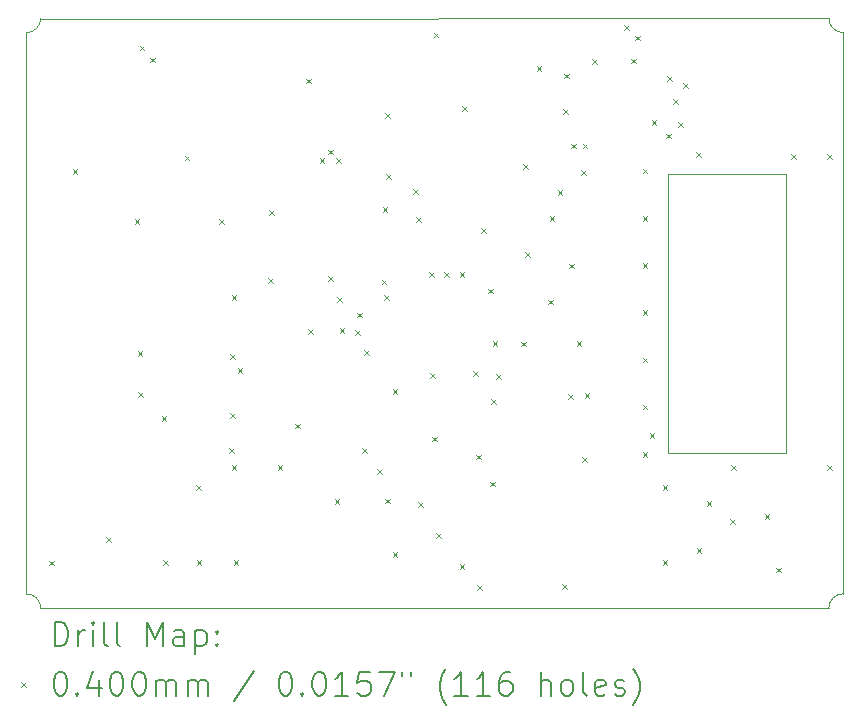
<source format=gbr>
%TF.GenerationSoftware,KiCad,Pcbnew,7.0.1*%
%TF.CreationDate,2023-05-13T16:15:43+01:00*%
%TF.ProjectId,UGR-22 Screen,5547522d-3232-4205-9363-7265656e2e6b,rev?*%
%TF.SameCoordinates,Original*%
%TF.FileFunction,Drillmap*%
%TF.FilePolarity,Positive*%
%FSLAX45Y45*%
G04 Gerber Fmt 4.5, Leading zero omitted, Abs format (unit mm)*
G04 Created by KiCad (PCBNEW 7.0.1) date 2023-05-13 16:15:43*
%MOMM*%
%LPD*%
G01*
G04 APERTURE LIST*
%ADD10C,0.100000*%
%ADD11C,0.200000*%
%ADD12C,0.040000*%
G04 APERTURE END LIST*
D10*
X7970000Y-11850100D02*
X7970000Y-16600000D01*
X14765000Y-11725000D02*
X8095000Y-11730000D01*
X14765000Y-11725000D02*
G75*
G03*
X14890000Y-11850000I125000J0D01*
G01*
X14890000Y-16600000D02*
G75*
G03*
X14765000Y-16725000I0J-125000D01*
G01*
X14890000Y-16600000D02*
X14890000Y-11850000D01*
X8095000Y-16725000D02*
G75*
G03*
X7970000Y-16600000I-125000J0D01*
G01*
X8095000Y-16725000D02*
X14765000Y-16725000D01*
X7970000Y-11850100D02*
G75*
G03*
X8095000Y-11730000I0J125100D01*
G01*
X13405000Y-13045000D02*
X14405000Y-13045000D01*
X14405000Y-15405000D01*
X13405000Y-15405000D01*
X13405000Y-13045000D01*
D11*
D12*
X8162500Y-16320000D02*
X8202500Y-16360000D01*
X8202500Y-16320000D02*
X8162500Y-16360000D01*
X8362500Y-13005000D02*
X8402500Y-13045000D01*
X8402500Y-13005000D02*
X8362500Y-13045000D01*
X8650000Y-16120000D02*
X8690000Y-16160000D01*
X8690000Y-16120000D02*
X8650000Y-16160000D01*
X8887500Y-13427500D02*
X8927500Y-13467500D01*
X8927500Y-13427500D02*
X8887500Y-13467500D01*
X8915000Y-14547500D02*
X8955000Y-14587500D01*
X8955000Y-14547500D02*
X8915000Y-14587500D01*
X8917500Y-14892500D02*
X8957500Y-14932500D01*
X8957500Y-14892500D02*
X8917500Y-14932500D01*
X8930000Y-11960000D02*
X8970000Y-12000000D01*
X8970000Y-11960000D02*
X8930000Y-12000000D01*
X9020000Y-12060000D02*
X9060000Y-12100000D01*
X9060000Y-12060000D02*
X9020000Y-12100000D01*
X9117500Y-15097500D02*
X9157500Y-15137500D01*
X9157500Y-15097500D02*
X9117500Y-15137500D01*
X9127500Y-16317500D02*
X9167500Y-16357500D01*
X9167500Y-16317500D02*
X9127500Y-16357500D01*
X9312500Y-12890000D02*
X9352500Y-12930000D01*
X9352500Y-12890000D02*
X9312500Y-12930000D01*
X9410000Y-15682500D02*
X9450000Y-15722500D01*
X9450000Y-15682500D02*
X9410000Y-15722500D01*
X9412500Y-16317500D02*
X9452500Y-16357500D01*
X9452500Y-16317500D02*
X9412500Y-16357500D01*
X9605000Y-13427500D02*
X9645000Y-13467500D01*
X9645000Y-13427500D02*
X9605000Y-13467500D01*
X9690000Y-15370000D02*
X9730000Y-15410000D01*
X9730000Y-15370000D02*
X9690000Y-15410000D01*
X9700000Y-14570000D02*
X9740000Y-14610000D01*
X9740000Y-14570000D02*
X9700000Y-14610000D01*
X9700000Y-15070000D02*
X9740000Y-15110000D01*
X9740000Y-15070000D02*
X9700000Y-15110000D01*
X9710000Y-14070000D02*
X9750000Y-14110000D01*
X9750000Y-14070000D02*
X9710000Y-14110000D01*
X9710000Y-15510000D02*
X9750000Y-15550000D01*
X9750000Y-15510000D02*
X9710000Y-15550000D01*
X9727500Y-16317500D02*
X9767500Y-16357500D01*
X9767500Y-16317500D02*
X9727500Y-16357500D01*
X9760000Y-14690000D02*
X9800000Y-14730000D01*
X9800000Y-14690000D02*
X9760000Y-14730000D01*
X10020000Y-13930000D02*
X10060000Y-13970000D01*
X10060000Y-13930000D02*
X10020000Y-13970000D01*
X10027500Y-13350000D02*
X10067500Y-13390000D01*
X10067500Y-13350000D02*
X10027500Y-13390000D01*
X10100000Y-15512500D02*
X10140000Y-15552500D01*
X10140000Y-15512500D02*
X10100000Y-15552500D01*
X10250000Y-15160000D02*
X10290000Y-15200000D01*
X10290000Y-15160000D02*
X10250000Y-15200000D01*
X10340000Y-12240000D02*
X10380000Y-12280000D01*
X10380000Y-12240000D02*
X10340000Y-12280000D01*
X10357500Y-14360000D02*
X10397500Y-14400000D01*
X10397500Y-14360000D02*
X10357500Y-14400000D01*
X10454890Y-12911949D02*
X10494890Y-12951949D01*
X10494890Y-12911949D02*
X10454890Y-12951949D01*
X10525000Y-12840000D02*
X10565000Y-12880000D01*
X10565000Y-12840000D02*
X10525000Y-12880000D01*
X10525000Y-13910000D02*
X10565000Y-13950000D01*
X10565000Y-13910000D02*
X10525000Y-13950000D01*
X10582500Y-15797500D02*
X10622500Y-15837500D01*
X10622500Y-15797500D02*
X10582500Y-15837500D01*
X10595110Y-12912500D02*
X10635110Y-12952500D01*
X10635110Y-12912500D02*
X10595110Y-12952500D01*
X10602500Y-14090110D02*
X10642500Y-14130110D01*
X10642500Y-14090110D02*
X10602500Y-14130110D01*
X10625000Y-14350000D02*
X10665000Y-14390000D01*
X10665000Y-14350000D02*
X10625000Y-14390000D01*
X10752500Y-14367500D02*
X10792500Y-14407500D01*
X10792500Y-14367500D02*
X10752500Y-14407500D01*
X10770000Y-14220000D02*
X10810000Y-14260000D01*
X10810000Y-14220000D02*
X10770000Y-14260000D01*
X10817500Y-15370000D02*
X10857500Y-15410000D01*
X10857500Y-15370000D02*
X10817500Y-15410000D01*
X10830000Y-14535000D02*
X10870000Y-14575000D01*
X10870000Y-14535000D02*
X10830000Y-14575000D01*
X10942500Y-15542500D02*
X10982500Y-15582500D01*
X10982500Y-15542500D02*
X10942500Y-15582500D01*
X10980000Y-13940000D02*
X11020000Y-13980000D01*
X11020000Y-13940000D02*
X10980000Y-13980000D01*
X10987500Y-13327500D02*
X11027500Y-13367500D01*
X11027500Y-13327500D02*
X10987500Y-13367500D01*
X11000000Y-14070000D02*
X11040000Y-14110000D01*
X11040000Y-14070000D02*
X11000000Y-14110000D01*
X11010000Y-12530000D02*
X11050000Y-12570000D01*
X11050000Y-12530000D02*
X11010000Y-12570000D01*
X11010000Y-15795000D02*
X11050000Y-15835000D01*
X11050000Y-15795000D02*
X11010000Y-15835000D01*
X11020000Y-13050000D02*
X11060000Y-13090000D01*
X11060000Y-13050000D02*
X11020000Y-13090000D01*
X11072500Y-14870000D02*
X11112500Y-14910000D01*
X11112500Y-14870000D02*
X11072500Y-14910000D01*
X11072500Y-16245000D02*
X11112500Y-16285000D01*
X11112500Y-16245000D02*
X11072500Y-16285000D01*
X11243513Y-13173513D02*
X11283513Y-13213513D01*
X11283513Y-13173513D02*
X11243513Y-13213513D01*
X11270000Y-13410000D02*
X11310000Y-13450000D01*
X11310000Y-13410000D02*
X11270000Y-13450000D01*
X11287500Y-15827500D02*
X11327500Y-15867500D01*
X11327500Y-15827500D02*
X11287500Y-15867500D01*
X11380000Y-13880000D02*
X11420000Y-13920000D01*
X11420000Y-13880000D02*
X11380000Y-13920000D01*
X11390000Y-14730000D02*
X11430000Y-14770000D01*
X11430000Y-14730000D02*
X11390000Y-14770000D01*
X11410000Y-15270000D02*
X11450000Y-15310000D01*
X11450000Y-15270000D02*
X11410000Y-15310000D01*
X11420000Y-11850000D02*
X11460000Y-11890000D01*
X11460000Y-11850000D02*
X11420000Y-11890000D01*
X11440000Y-16090000D02*
X11480000Y-16130000D01*
X11480000Y-16090000D02*
X11440000Y-16130000D01*
X11510000Y-13880000D02*
X11550000Y-13920000D01*
X11550000Y-13880000D02*
X11510000Y-13920000D01*
X11640000Y-13880000D02*
X11680000Y-13920000D01*
X11680000Y-13880000D02*
X11640000Y-13920000D01*
X11640000Y-16350000D02*
X11680000Y-16390000D01*
X11680000Y-16350000D02*
X11640000Y-16390000D01*
X11660000Y-12470000D02*
X11700000Y-12510000D01*
X11700000Y-12470000D02*
X11660000Y-12510000D01*
X11751602Y-14716598D02*
X11791602Y-14756598D01*
X11791602Y-14716598D02*
X11751602Y-14756598D01*
X11782500Y-15422500D02*
X11822500Y-15462500D01*
X11822500Y-15422500D02*
X11782500Y-15462500D01*
X11790000Y-16530000D02*
X11830000Y-16570000D01*
X11830000Y-16530000D02*
X11790000Y-16570000D01*
X11822500Y-13505000D02*
X11862500Y-13545000D01*
X11862500Y-13505000D02*
X11822500Y-13545000D01*
X11882500Y-14017500D02*
X11922500Y-14057500D01*
X11922500Y-14017500D02*
X11882500Y-14057500D01*
X11900000Y-15650000D02*
X11940000Y-15690000D01*
X11940000Y-15650000D02*
X11900000Y-15690000D01*
X11910000Y-14950000D02*
X11950000Y-14990000D01*
X11950000Y-14950000D02*
X11910000Y-14990000D01*
X11920000Y-14460000D02*
X11960000Y-14500000D01*
X11960000Y-14460000D02*
X11920000Y-14500000D01*
X11950050Y-14739000D02*
X11990050Y-14779000D01*
X11990050Y-14739000D02*
X11950050Y-14779000D01*
X12160000Y-14465000D02*
X12200000Y-14505000D01*
X12200000Y-14465000D02*
X12160000Y-14505000D01*
X12180000Y-12960000D02*
X12220000Y-13000000D01*
X12220000Y-12960000D02*
X12180000Y-13000000D01*
X12195000Y-13705000D02*
X12235000Y-13745000D01*
X12235000Y-13705000D02*
X12195000Y-13745000D01*
X12292500Y-12130000D02*
X12332500Y-12170000D01*
X12332500Y-12130000D02*
X12292500Y-12170000D01*
X12390000Y-14110000D02*
X12430000Y-14150000D01*
X12430000Y-14110000D02*
X12390000Y-14150000D01*
X12402500Y-13405000D02*
X12442500Y-13445000D01*
X12442500Y-13405000D02*
X12402500Y-13445000D01*
X12470000Y-13185000D02*
X12510000Y-13225000D01*
X12510000Y-13185000D02*
X12470000Y-13225000D01*
X12510000Y-16520000D02*
X12550000Y-16560000D01*
X12550000Y-16520000D02*
X12510000Y-16560000D01*
X12515000Y-12500000D02*
X12555000Y-12540000D01*
X12555000Y-12500000D02*
X12515000Y-12540000D01*
X12522500Y-12197500D02*
X12562500Y-12237500D01*
X12562500Y-12197500D02*
X12522500Y-12237500D01*
X12560000Y-14910000D02*
X12600000Y-14950000D01*
X12600000Y-14910000D02*
X12560000Y-14950000D01*
X12565000Y-13805000D02*
X12605000Y-13845000D01*
X12605000Y-13805000D02*
X12565000Y-13845000D01*
X12582500Y-12790000D02*
X12622500Y-12830000D01*
X12622500Y-12790000D02*
X12582500Y-12830000D01*
X12630000Y-14460000D02*
X12670000Y-14500000D01*
X12670000Y-14460000D02*
X12630000Y-14500000D01*
X12667500Y-13015000D02*
X12707500Y-13055000D01*
X12707500Y-13015000D02*
X12667500Y-13055000D01*
X12677500Y-15442500D02*
X12717500Y-15482500D01*
X12717500Y-15442500D02*
X12677500Y-15482500D01*
X12682500Y-12790000D02*
X12722500Y-12830000D01*
X12722500Y-12790000D02*
X12682500Y-12830000D01*
X12697500Y-14900000D02*
X12737500Y-14940000D01*
X12737500Y-14900000D02*
X12697500Y-14940000D01*
X12765000Y-12075000D02*
X12805000Y-12115000D01*
X12805000Y-12075000D02*
X12765000Y-12115000D01*
X13035000Y-11787500D02*
X13075000Y-11827500D01*
X13075000Y-11787500D02*
X13035000Y-11827500D01*
X13090000Y-12070000D02*
X13130000Y-12110000D01*
X13130000Y-12070000D02*
X13090000Y-12110000D01*
X13127500Y-11875000D02*
X13167500Y-11915000D01*
X13167500Y-11875000D02*
X13127500Y-11915000D01*
X13190000Y-13000000D02*
X13230000Y-13040000D01*
X13230000Y-13000000D02*
X13190000Y-13040000D01*
X13190000Y-13400000D02*
X13230000Y-13440000D01*
X13230000Y-13400000D02*
X13190000Y-13440000D01*
X13190000Y-13800000D02*
X13230000Y-13840000D01*
X13230000Y-13800000D02*
X13190000Y-13840000D01*
X13190000Y-14200000D02*
X13230000Y-14240000D01*
X13230000Y-14200000D02*
X13190000Y-14240000D01*
X13190000Y-14600000D02*
X13230000Y-14640000D01*
X13230000Y-14600000D02*
X13190000Y-14640000D01*
X13190000Y-15000000D02*
X13230000Y-15040000D01*
X13230000Y-15000000D02*
X13190000Y-15040000D01*
X13190000Y-15400000D02*
X13230000Y-15440000D01*
X13230000Y-15400000D02*
X13190000Y-15440000D01*
X13250000Y-15240000D02*
X13290000Y-15280000D01*
X13290000Y-15240000D02*
X13250000Y-15280000D01*
X13265000Y-12587390D02*
X13305000Y-12627390D01*
X13305000Y-12587390D02*
X13265000Y-12627390D01*
X13360000Y-15682500D02*
X13400000Y-15722500D01*
X13400000Y-15682500D02*
X13360000Y-15722500D01*
X13360000Y-16317500D02*
X13400000Y-16357500D01*
X13400000Y-16317500D02*
X13360000Y-16357500D01*
X13387500Y-12705000D02*
X13427500Y-12745000D01*
X13427500Y-12705000D02*
X13387500Y-12745000D01*
X13400000Y-12220000D02*
X13440000Y-12260000D01*
X13440000Y-12220000D02*
X13400000Y-12260000D01*
X13450000Y-12412500D02*
X13490000Y-12452500D01*
X13490000Y-12412500D02*
X13450000Y-12452500D01*
X13490000Y-12605000D02*
X13530000Y-12645000D01*
X13530000Y-12605000D02*
X13490000Y-12645000D01*
X13530000Y-12280000D02*
X13570000Y-12320000D01*
X13570000Y-12280000D02*
X13530000Y-12320000D01*
X13640000Y-12860000D02*
X13680000Y-12900000D01*
X13680000Y-12860000D02*
X13640000Y-12900000D01*
X13647500Y-16215000D02*
X13687500Y-16255000D01*
X13687500Y-16215000D02*
X13647500Y-16255000D01*
X13732500Y-15817500D02*
X13772500Y-15857500D01*
X13772500Y-15817500D02*
X13732500Y-15857500D01*
X13930000Y-15970000D02*
X13970000Y-16010000D01*
X13970000Y-15970000D02*
X13930000Y-16010000D01*
X13940000Y-15510000D02*
X13980000Y-15550000D01*
X13980000Y-15510000D02*
X13940000Y-15550000D01*
X14222500Y-15927500D02*
X14262500Y-15967500D01*
X14262500Y-15927500D02*
X14222500Y-15967500D01*
X14320000Y-16380000D02*
X14360000Y-16420000D01*
X14360000Y-16380000D02*
X14320000Y-16420000D01*
X14450000Y-12880000D02*
X14490000Y-12920000D01*
X14490000Y-12880000D02*
X14450000Y-12920000D01*
X14750000Y-12880000D02*
X14790000Y-12920000D01*
X14790000Y-12880000D02*
X14750000Y-12920000D01*
X14750000Y-15510000D02*
X14790000Y-15550000D01*
X14790000Y-15510000D02*
X14750000Y-15550000D01*
D11*
X8212619Y-17042524D02*
X8212619Y-16842524D01*
X8212619Y-16842524D02*
X8260238Y-16842524D01*
X8260238Y-16842524D02*
X8288809Y-16852048D01*
X8288809Y-16852048D02*
X8307857Y-16871095D01*
X8307857Y-16871095D02*
X8317381Y-16890143D01*
X8317381Y-16890143D02*
X8326905Y-16928238D01*
X8326905Y-16928238D02*
X8326905Y-16956810D01*
X8326905Y-16956810D02*
X8317381Y-16994905D01*
X8317381Y-16994905D02*
X8307857Y-17013952D01*
X8307857Y-17013952D02*
X8288809Y-17033000D01*
X8288809Y-17033000D02*
X8260238Y-17042524D01*
X8260238Y-17042524D02*
X8212619Y-17042524D01*
X8412619Y-17042524D02*
X8412619Y-16909190D01*
X8412619Y-16947286D02*
X8422143Y-16928238D01*
X8422143Y-16928238D02*
X8431667Y-16918714D01*
X8431667Y-16918714D02*
X8450714Y-16909190D01*
X8450714Y-16909190D02*
X8469762Y-16909190D01*
X8536429Y-17042524D02*
X8536429Y-16909190D01*
X8536429Y-16842524D02*
X8526905Y-16852048D01*
X8526905Y-16852048D02*
X8536429Y-16861571D01*
X8536429Y-16861571D02*
X8545952Y-16852048D01*
X8545952Y-16852048D02*
X8536429Y-16842524D01*
X8536429Y-16842524D02*
X8536429Y-16861571D01*
X8660238Y-17042524D02*
X8641190Y-17033000D01*
X8641190Y-17033000D02*
X8631667Y-17013952D01*
X8631667Y-17013952D02*
X8631667Y-16842524D01*
X8765000Y-17042524D02*
X8745952Y-17033000D01*
X8745952Y-17033000D02*
X8736429Y-17013952D01*
X8736429Y-17013952D02*
X8736429Y-16842524D01*
X8993571Y-17042524D02*
X8993571Y-16842524D01*
X8993571Y-16842524D02*
X9060238Y-16985381D01*
X9060238Y-16985381D02*
X9126905Y-16842524D01*
X9126905Y-16842524D02*
X9126905Y-17042524D01*
X9307857Y-17042524D02*
X9307857Y-16937762D01*
X9307857Y-16937762D02*
X9298333Y-16918714D01*
X9298333Y-16918714D02*
X9279286Y-16909190D01*
X9279286Y-16909190D02*
X9241190Y-16909190D01*
X9241190Y-16909190D02*
X9222143Y-16918714D01*
X9307857Y-17033000D02*
X9288810Y-17042524D01*
X9288810Y-17042524D02*
X9241190Y-17042524D01*
X9241190Y-17042524D02*
X9222143Y-17033000D01*
X9222143Y-17033000D02*
X9212619Y-17013952D01*
X9212619Y-17013952D02*
X9212619Y-16994905D01*
X9212619Y-16994905D02*
X9222143Y-16975857D01*
X9222143Y-16975857D02*
X9241190Y-16966333D01*
X9241190Y-16966333D02*
X9288810Y-16966333D01*
X9288810Y-16966333D02*
X9307857Y-16956810D01*
X9403095Y-16909190D02*
X9403095Y-17109190D01*
X9403095Y-16918714D02*
X9422143Y-16909190D01*
X9422143Y-16909190D02*
X9460238Y-16909190D01*
X9460238Y-16909190D02*
X9479286Y-16918714D01*
X9479286Y-16918714D02*
X9488810Y-16928238D01*
X9488810Y-16928238D02*
X9498333Y-16947286D01*
X9498333Y-16947286D02*
X9498333Y-17004429D01*
X9498333Y-17004429D02*
X9488810Y-17023476D01*
X9488810Y-17023476D02*
X9479286Y-17033000D01*
X9479286Y-17033000D02*
X9460238Y-17042524D01*
X9460238Y-17042524D02*
X9422143Y-17042524D01*
X9422143Y-17042524D02*
X9403095Y-17033000D01*
X9584048Y-17023476D02*
X9593571Y-17033000D01*
X9593571Y-17033000D02*
X9584048Y-17042524D01*
X9584048Y-17042524D02*
X9574524Y-17033000D01*
X9574524Y-17033000D02*
X9584048Y-17023476D01*
X9584048Y-17023476D02*
X9584048Y-17042524D01*
X9584048Y-16918714D02*
X9593571Y-16928238D01*
X9593571Y-16928238D02*
X9584048Y-16937762D01*
X9584048Y-16937762D02*
X9574524Y-16928238D01*
X9574524Y-16928238D02*
X9584048Y-16918714D01*
X9584048Y-16918714D02*
X9584048Y-16937762D01*
D12*
X7925000Y-17350000D02*
X7965000Y-17390000D01*
X7965000Y-17350000D02*
X7925000Y-17390000D01*
D11*
X8250714Y-17262524D02*
X8269762Y-17262524D01*
X8269762Y-17262524D02*
X8288809Y-17272048D01*
X8288809Y-17272048D02*
X8298333Y-17281571D01*
X8298333Y-17281571D02*
X8307857Y-17300619D01*
X8307857Y-17300619D02*
X8317381Y-17338714D01*
X8317381Y-17338714D02*
X8317381Y-17386333D01*
X8317381Y-17386333D02*
X8307857Y-17424429D01*
X8307857Y-17424429D02*
X8298333Y-17443476D01*
X8298333Y-17443476D02*
X8288809Y-17453000D01*
X8288809Y-17453000D02*
X8269762Y-17462524D01*
X8269762Y-17462524D02*
X8250714Y-17462524D01*
X8250714Y-17462524D02*
X8231667Y-17453000D01*
X8231667Y-17453000D02*
X8222143Y-17443476D01*
X8222143Y-17443476D02*
X8212619Y-17424429D01*
X8212619Y-17424429D02*
X8203095Y-17386333D01*
X8203095Y-17386333D02*
X8203095Y-17338714D01*
X8203095Y-17338714D02*
X8212619Y-17300619D01*
X8212619Y-17300619D02*
X8222143Y-17281571D01*
X8222143Y-17281571D02*
X8231667Y-17272048D01*
X8231667Y-17272048D02*
X8250714Y-17262524D01*
X8403095Y-17443476D02*
X8412619Y-17453000D01*
X8412619Y-17453000D02*
X8403095Y-17462524D01*
X8403095Y-17462524D02*
X8393571Y-17453000D01*
X8393571Y-17453000D02*
X8403095Y-17443476D01*
X8403095Y-17443476D02*
X8403095Y-17462524D01*
X8584048Y-17329190D02*
X8584048Y-17462524D01*
X8536429Y-17253000D02*
X8488810Y-17395857D01*
X8488810Y-17395857D02*
X8612619Y-17395857D01*
X8726905Y-17262524D02*
X8745952Y-17262524D01*
X8745952Y-17262524D02*
X8765000Y-17272048D01*
X8765000Y-17272048D02*
X8774524Y-17281571D01*
X8774524Y-17281571D02*
X8784048Y-17300619D01*
X8784048Y-17300619D02*
X8793571Y-17338714D01*
X8793571Y-17338714D02*
X8793571Y-17386333D01*
X8793571Y-17386333D02*
X8784048Y-17424429D01*
X8784048Y-17424429D02*
X8774524Y-17443476D01*
X8774524Y-17443476D02*
X8765000Y-17453000D01*
X8765000Y-17453000D02*
X8745952Y-17462524D01*
X8745952Y-17462524D02*
X8726905Y-17462524D01*
X8726905Y-17462524D02*
X8707857Y-17453000D01*
X8707857Y-17453000D02*
X8698333Y-17443476D01*
X8698333Y-17443476D02*
X8688810Y-17424429D01*
X8688810Y-17424429D02*
X8679286Y-17386333D01*
X8679286Y-17386333D02*
X8679286Y-17338714D01*
X8679286Y-17338714D02*
X8688810Y-17300619D01*
X8688810Y-17300619D02*
X8698333Y-17281571D01*
X8698333Y-17281571D02*
X8707857Y-17272048D01*
X8707857Y-17272048D02*
X8726905Y-17262524D01*
X8917381Y-17262524D02*
X8936429Y-17262524D01*
X8936429Y-17262524D02*
X8955476Y-17272048D01*
X8955476Y-17272048D02*
X8965000Y-17281571D01*
X8965000Y-17281571D02*
X8974524Y-17300619D01*
X8974524Y-17300619D02*
X8984048Y-17338714D01*
X8984048Y-17338714D02*
X8984048Y-17386333D01*
X8984048Y-17386333D02*
X8974524Y-17424429D01*
X8974524Y-17424429D02*
X8965000Y-17443476D01*
X8965000Y-17443476D02*
X8955476Y-17453000D01*
X8955476Y-17453000D02*
X8936429Y-17462524D01*
X8936429Y-17462524D02*
X8917381Y-17462524D01*
X8917381Y-17462524D02*
X8898333Y-17453000D01*
X8898333Y-17453000D02*
X8888810Y-17443476D01*
X8888810Y-17443476D02*
X8879286Y-17424429D01*
X8879286Y-17424429D02*
X8869762Y-17386333D01*
X8869762Y-17386333D02*
X8869762Y-17338714D01*
X8869762Y-17338714D02*
X8879286Y-17300619D01*
X8879286Y-17300619D02*
X8888810Y-17281571D01*
X8888810Y-17281571D02*
X8898333Y-17272048D01*
X8898333Y-17272048D02*
X8917381Y-17262524D01*
X9069762Y-17462524D02*
X9069762Y-17329190D01*
X9069762Y-17348238D02*
X9079286Y-17338714D01*
X9079286Y-17338714D02*
X9098333Y-17329190D01*
X9098333Y-17329190D02*
X9126905Y-17329190D01*
X9126905Y-17329190D02*
X9145952Y-17338714D01*
X9145952Y-17338714D02*
X9155476Y-17357762D01*
X9155476Y-17357762D02*
X9155476Y-17462524D01*
X9155476Y-17357762D02*
X9165000Y-17338714D01*
X9165000Y-17338714D02*
X9184048Y-17329190D01*
X9184048Y-17329190D02*
X9212619Y-17329190D01*
X9212619Y-17329190D02*
X9231667Y-17338714D01*
X9231667Y-17338714D02*
X9241191Y-17357762D01*
X9241191Y-17357762D02*
X9241191Y-17462524D01*
X9336429Y-17462524D02*
X9336429Y-17329190D01*
X9336429Y-17348238D02*
X9345952Y-17338714D01*
X9345952Y-17338714D02*
X9365000Y-17329190D01*
X9365000Y-17329190D02*
X9393572Y-17329190D01*
X9393572Y-17329190D02*
X9412619Y-17338714D01*
X9412619Y-17338714D02*
X9422143Y-17357762D01*
X9422143Y-17357762D02*
X9422143Y-17462524D01*
X9422143Y-17357762D02*
X9431667Y-17338714D01*
X9431667Y-17338714D02*
X9450714Y-17329190D01*
X9450714Y-17329190D02*
X9479286Y-17329190D01*
X9479286Y-17329190D02*
X9498333Y-17338714D01*
X9498333Y-17338714D02*
X9507857Y-17357762D01*
X9507857Y-17357762D02*
X9507857Y-17462524D01*
X9898333Y-17253000D02*
X9726905Y-17510143D01*
X10155476Y-17262524D02*
X10174524Y-17262524D01*
X10174524Y-17262524D02*
X10193572Y-17272048D01*
X10193572Y-17272048D02*
X10203095Y-17281571D01*
X10203095Y-17281571D02*
X10212619Y-17300619D01*
X10212619Y-17300619D02*
X10222143Y-17338714D01*
X10222143Y-17338714D02*
X10222143Y-17386333D01*
X10222143Y-17386333D02*
X10212619Y-17424429D01*
X10212619Y-17424429D02*
X10203095Y-17443476D01*
X10203095Y-17443476D02*
X10193572Y-17453000D01*
X10193572Y-17453000D02*
X10174524Y-17462524D01*
X10174524Y-17462524D02*
X10155476Y-17462524D01*
X10155476Y-17462524D02*
X10136429Y-17453000D01*
X10136429Y-17453000D02*
X10126905Y-17443476D01*
X10126905Y-17443476D02*
X10117381Y-17424429D01*
X10117381Y-17424429D02*
X10107857Y-17386333D01*
X10107857Y-17386333D02*
X10107857Y-17338714D01*
X10107857Y-17338714D02*
X10117381Y-17300619D01*
X10117381Y-17300619D02*
X10126905Y-17281571D01*
X10126905Y-17281571D02*
X10136429Y-17272048D01*
X10136429Y-17272048D02*
X10155476Y-17262524D01*
X10307857Y-17443476D02*
X10317381Y-17453000D01*
X10317381Y-17453000D02*
X10307857Y-17462524D01*
X10307857Y-17462524D02*
X10298334Y-17453000D01*
X10298334Y-17453000D02*
X10307857Y-17443476D01*
X10307857Y-17443476D02*
X10307857Y-17462524D01*
X10441191Y-17262524D02*
X10460238Y-17262524D01*
X10460238Y-17262524D02*
X10479286Y-17272048D01*
X10479286Y-17272048D02*
X10488810Y-17281571D01*
X10488810Y-17281571D02*
X10498334Y-17300619D01*
X10498334Y-17300619D02*
X10507857Y-17338714D01*
X10507857Y-17338714D02*
X10507857Y-17386333D01*
X10507857Y-17386333D02*
X10498334Y-17424429D01*
X10498334Y-17424429D02*
X10488810Y-17443476D01*
X10488810Y-17443476D02*
X10479286Y-17453000D01*
X10479286Y-17453000D02*
X10460238Y-17462524D01*
X10460238Y-17462524D02*
X10441191Y-17462524D01*
X10441191Y-17462524D02*
X10422143Y-17453000D01*
X10422143Y-17453000D02*
X10412619Y-17443476D01*
X10412619Y-17443476D02*
X10403095Y-17424429D01*
X10403095Y-17424429D02*
X10393572Y-17386333D01*
X10393572Y-17386333D02*
X10393572Y-17338714D01*
X10393572Y-17338714D02*
X10403095Y-17300619D01*
X10403095Y-17300619D02*
X10412619Y-17281571D01*
X10412619Y-17281571D02*
X10422143Y-17272048D01*
X10422143Y-17272048D02*
X10441191Y-17262524D01*
X10698334Y-17462524D02*
X10584048Y-17462524D01*
X10641191Y-17462524D02*
X10641191Y-17262524D01*
X10641191Y-17262524D02*
X10622143Y-17291095D01*
X10622143Y-17291095D02*
X10603095Y-17310143D01*
X10603095Y-17310143D02*
X10584048Y-17319667D01*
X10879286Y-17262524D02*
X10784048Y-17262524D01*
X10784048Y-17262524D02*
X10774524Y-17357762D01*
X10774524Y-17357762D02*
X10784048Y-17348238D01*
X10784048Y-17348238D02*
X10803095Y-17338714D01*
X10803095Y-17338714D02*
X10850715Y-17338714D01*
X10850715Y-17338714D02*
X10869762Y-17348238D01*
X10869762Y-17348238D02*
X10879286Y-17357762D01*
X10879286Y-17357762D02*
X10888810Y-17376810D01*
X10888810Y-17376810D02*
X10888810Y-17424429D01*
X10888810Y-17424429D02*
X10879286Y-17443476D01*
X10879286Y-17443476D02*
X10869762Y-17453000D01*
X10869762Y-17453000D02*
X10850715Y-17462524D01*
X10850715Y-17462524D02*
X10803095Y-17462524D01*
X10803095Y-17462524D02*
X10784048Y-17453000D01*
X10784048Y-17453000D02*
X10774524Y-17443476D01*
X10955476Y-17262524D02*
X11088810Y-17262524D01*
X11088810Y-17262524D02*
X11003095Y-17462524D01*
X11155476Y-17262524D02*
X11155476Y-17300619D01*
X11231667Y-17262524D02*
X11231667Y-17300619D01*
X11526905Y-17538714D02*
X11517381Y-17529190D01*
X11517381Y-17529190D02*
X11498334Y-17500619D01*
X11498334Y-17500619D02*
X11488810Y-17481571D01*
X11488810Y-17481571D02*
X11479286Y-17453000D01*
X11479286Y-17453000D02*
X11469762Y-17405381D01*
X11469762Y-17405381D02*
X11469762Y-17367286D01*
X11469762Y-17367286D02*
X11479286Y-17319667D01*
X11479286Y-17319667D02*
X11488810Y-17291095D01*
X11488810Y-17291095D02*
X11498334Y-17272048D01*
X11498334Y-17272048D02*
X11517381Y-17243476D01*
X11517381Y-17243476D02*
X11526905Y-17233952D01*
X11707857Y-17462524D02*
X11593572Y-17462524D01*
X11650714Y-17462524D02*
X11650714Y-17262524D01*
X11650714Y-17262524D02*
X11631667Y-17291095D01*
X11631667Y-17291095D02*
X11612619Y-17310143D01*
X11612619Y-17310143D02*
X11593572Y-17319667D01*
X11898334Y-17462524D02*
X11784048Y-17462524D01*
X11841191Y-17462524D02*
X11841191Y-17262524D01*
X11841191Y-17262524D02*
X11822143Y-17291095D01*
X11822143Y-17291095D02*
X11803095Y-17310143D01*
X11803095Y-17310143D02*
X11784048Y-17319667D01*
X12069762Y-17262524D02*
X12031667Y-17262524D01*
X12031667Y-17262524D02*
X12012619Y-17272048D01*
X12012619Y-17272048D02*
X12003095Y-17281571D01*
X12003095Y-17281571D02*
X11984048Y-17310143D01*
X11984048Y-17310143D02*
X11974524Y-17348238D01*
X11974524Y-17348238D02*
X11974524Y-17424429D01*
X11974524Y-17424429D02*
X11984048Y-17443476D01*
X11984048Y-17443476D02*
X11993572Y-17453000D01*
X11993572Y-17453000D02*
X12012619Y-17462524D01*
X12012619Y-17462524D02*
X12050715Y-17462524D01*
X12050715Y-17462524D02*
X12069762Y-17453000D01*
X12069762Y-17453000D02*
X12079286Y-17443476D01*
X12079286Y-17443476D02*
X12088810Y-17424429D01*
X12088810Y-17424429D02*
X12088810Y-17376810D01*
X12088810Y-17376810D02*
X12079286Y-17357762D01*
X12079286Y-17357762D02*
X12069762Y-17348238D01*
X12069762Y-17348238D02*
X12050715Y-17338714D01*
X12050715Y-17338714D02*
X12012619Y-17338714D01*
X12012619Y-17338714D02*
X11993572Y-17348238D01*
X11993572Y-17348238D02*
X11984048Y-17357762D01*
X11984048Y-17357762D02*
X11974524Y-17376810D01*
X12326905Y-17462524D02*
X12326905Y-17262524D01*
X12412619Y-17462524D02*
X12412619Y-17357762D01*
X12412619Y-17357762D02*
X12403096Y-17338714D01*
X12403096Y-17338714D02*
X12384048Y-17329190D01*
X12384048Y-17329190D02*
X12355476Y-17329190D01*
X12355476Y-17329190D02*
X12336429Y-17338714D01*
X12336429Y-17338714D02*
X12326905Y-17348238D01*
X12536429Y-17462524D02*
X12517381Y-17453000D01*
X12517381Y-17453000D02*
X12507857Y-17443476D01*
X12507857Y-17443476D02*
X12498334Y-17424429D01*
X12498334Y-17424429D02*
X12498334Y-17367286D01*
X12498334Y-17367286D02*
X12507857Y-17348238D01*
X12507857Y-17348238D02*
X12517381Y-17338714D01*
X12517381Y-17338714D02*
X12536429Y-17329190D01*
X12536429Y-17329190D02*
X12565000Y-17329190D01*
X12565000Y-17329190D02*
X12584048Y-17338714D01*
X12584048Y-17338714D02*
X12593572Y-17348238D01*
X12593572Y-17348238D02*
X12603096Y-17367286D01*
X12603096Y-17367286D02*
X12603096Y-17424429D01*
X12603096Y-17424429D02*
X12593572Y-17443476D01*
X12593572Y-17443476D02*
X12584048Y-17453000D01*
X12584048Y-17453000D02*
X12565000Y-17462524D01*
X12565000Y-17462524D02*
X12536429Y-17462524D01*
X12717381Y-17462524D02*
X12698334Y-17453000D01*
X12698334Y-17453000D02*
X12688810Y-17433952D01*
X12688810Y-17433952D02*
X12688810Y-17262524D01*
X12869762Y-17453000D02*
X12850715Y-17462524D01*
X12850715Y-17462524D02*
X12812619Y-17462524D01*
X12812619Y-17462524D02*
X12793572Y-17453000D01*
X12793572Y-17453000D02*
X12784048Y-17433952D01*
X12784048Y-17433952D02*
X12784048Y-17357762D01*
X12784048Y-17357762D02*
X12793572Y-17338714D01*
X12793572Y-17338714D02*
X12812619Y-17329190D01*
X12812619Y-17329190D02*
X12850715Y-17329190D01*
X12850715Y-17329190D02*
X12869762Y-17338714D01*
X12869762Y-17338714D02*
X12879286Y-17357762D01*
X12879286Y-17357762D02*
X12879286Y-17376810D01*
X12879286Y-17376810D02*
X12784048Y-17395857D01*
X12955477Y-17453000D02*
X12974524Y-17462524D01*
X12974524Y-17462524D02*
X13012619Y-17462524D01*
X13012619Y-17462524D02*
X13031667Y-17453000D01*
X13031667Y-17453000D02*
X13041191Y-17433952D01*
X13041191Y-17433952D02*
X13041191Y-17424429D01*
X13041191Y-17424429D02*
X13031667Y-17405381D01*
X13031667Y-17405381D02*
X13012619Y-17395857D01*
X13012619Y-17395857D02*
X12984048Y-17395857D01*
X12984048Y-17395857D02*
X12965000Y-17386333D01*
X12965000Y-17386333D02*
X12955477Y-17367286D01*
X12955477Y-17367286D02*
X12955477Y-17357762D01*
X12955477Y-17357762D02*
X12965000Y-17338714D01*
X12965000Y-17338714D02*
X12984048Y-17329190D01*
X12984048Y-17329190D02*
X13012619Y-17329190D01*
X13012619Y-17329190D02*
X13031667Y-17338714D01*
X13107858Y-17538714D02*
X13117381Y-17529190D01*
X13117381Y-17529190D02*
X13136429Y-17500619D01*
X13136429Y-17500619D02*
X13145953Y-17481571D01*
X13145953Y-17481571D02*
X13155477Y-17453000D01*
X13155477Y-17453000D02*
X13165000Y-17405381D01*
X13165000Y-17405381D02*
X13165000Y-17367286D01*
X13165000Y-17367286D02*
X13155477Y-17319667D01*
X13155477Y-17319667D02*
X13145953Y-17291095D01*
X13145953Y-17291095D02*
X13136429Y-17272048D01*
X13136429Y-17272048D02*
X13117381Y-17243476D01*
X13117381Y-17243476D02*
X13107858Y-17233952D01*
M02*

</source>
